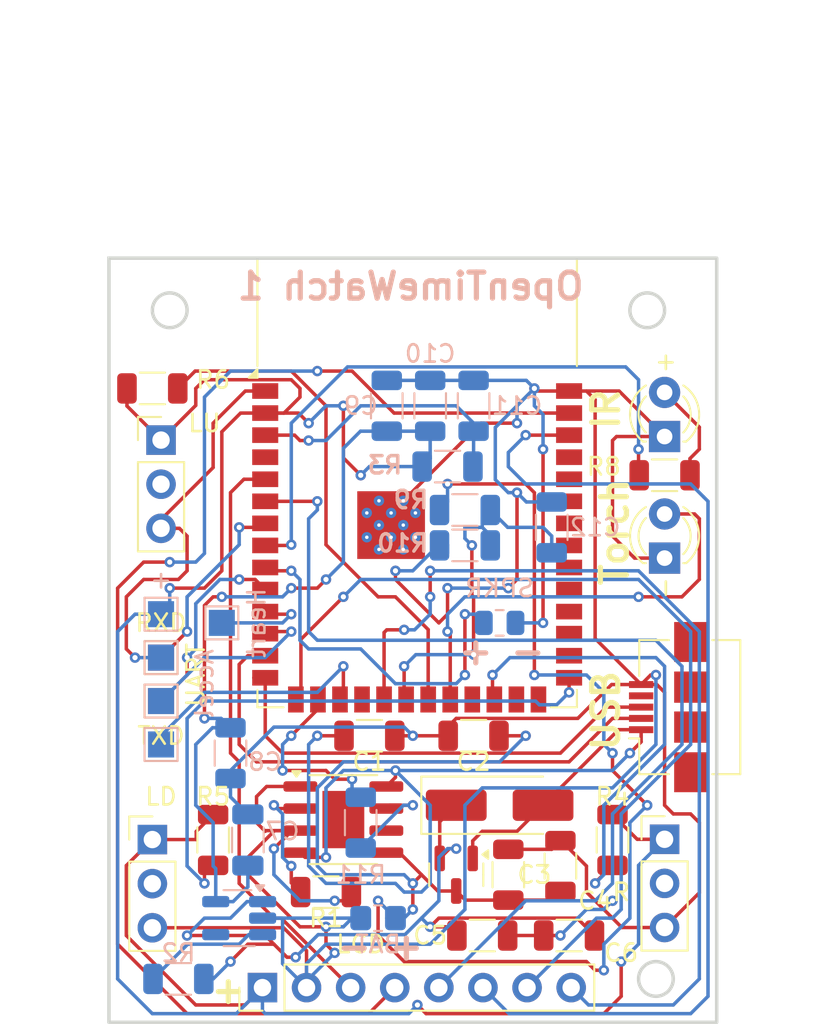
<source format=kicad_pcb>
(kicad_pcb (version 20241229) (generator "pcbnew") (generator_version "9.0")
  (layers (0 "F.Cu" signal) (2 "B.Cu" signal) (13 "F.Paste" user) (15 "B.Paste" user) (5 "F.SilkS" user "F.Silkscreen") (7 "B.SilkS" user "B.Silkscreen") (1 "F.Mask" user) (3 "B.Mask" user) (25 "Edge.Cuts" user))
  (net 0 "")
  (footprint "Connector_PinHeader_2.54mm:PinHeader_1x03_P2.54mm_Vertical" (layer "F.Cu") (at 121 94.475)
    (property "Reference" "REF**" (hide yes))
    (property "Value" "PinHeader_1x03_P2.54mm_Vertical" (hide yes))
  )
  (footprint "Resistor_SMD:R_1206_3216Metric" (layer "F.Cu") (at 147.5 94.5 -90)
    (property "Reference" "REF**" (hide yes))
    (property "Value" "R_1206_3216Metric" (hide yes))
  )
  (footprint "Resistor_SMD:R_1206_3216Metric" (layer "F.Cu") (at 141.5 96.5 -90)
    (property "Reference" "REF**" (hide yes))
    (property "Value" "R_1206_3216Metric" (hide yes))
  )
  (footprint "Resistor_SMD:R_1206_3216Metric" (layer "F.Cu") (at 144.5 96 -90)
    (property "Reference" "REF**" (hide yes))
    (property "Value" "R_1206_3216Metric" (hide yes))
  )
  (footprint "Resistor_SMD:R_1206_3216Metric" (layer "F.Cu") (at 150.5 73.5 180)
    (property "Reference" "REF**" (hide yes))
    (property "Value" "R_1206_3216Metric" (hide yes))
  )
  (footprint "Resistor_SMD:R_1206_3216Metric" (layer "F.Cu") (at 124.5 94.5 -90)
    (property "Reference" "REF**" (hide yes))
    (property "Value" "R_1206_3216Metric" (hide yes))
  )
  (footprint "Resistor_SMD:R_1206_3216Metric" (layer "F.Cu") (at 140 100 180)
    (property "Reference" "REF**" (hide yes))
    (property "Value" "R_1206_3216Metric" (hide yes))
  )
  (footprint "Resistor_SMD:R_1206_3216Metric" (layer "F.Cu") (at 139.5 88.5 180)
    (property "Reference" "REF**" (hide yes))
    (property "Value" "R_1206_3216Metric" (hide yes))
  )
  (footprint "Connector_PinHeader_2.54mm:PinHeader_1x03_P2.54mm_Vertical" (layer "F.Cu") (at 121.5 71.475)
    (property "Reference" "REF**" (hide yes))
    (property "Value" "PinHeader_1x03_P2.54mm_Vertical" (hide yes))
  )
  (footprint "LED_THT:LED_D3.0mm_IRBlack" (layer "F.Cu") (at 150.5 71.27 90)
    (property "Reference" "REF**" (hide yes))
    (property "Value" "LED_D3.0mm_IRBlack" (hide yes))
  )
  (footprint "Resistor_SMD:R_1206_3216Metric" (layer "F.Cu") (at 133.5 88.5 180)
    (property "Reference" "REF**" (hide yes))
    (property "Value" "R_1206_3216Metric" (hide yes))
  )
  (footprint "Connector_PinHeader_2.54mm:PinHeader_1x08_P2.54mm_Vertical" (layer "F.Cu") (at 127.34 103 90)
    (property "Reference" "REF**" (hide yes))
    (property "Value" "PinHeader_1x08_P2.54mm_Vertical" (hide yes))
  )
  (footprint "LED_THT:LED_D3.0mm_IRBlack" (layer "F.Cu") (at 150.5 78.27 90)
    (property "Reference" "REF**" (hide yes))
    (property "Value" "LED_D3.0mm_IRBlack" (hide yes))
  )
  (footprint "Connector_USB:USB_Micro-B_Amphenol_10104110_Horizontal" (layer "F.Cu") (at 150.7 86.85 90)
    (property "Reference" "REF**" (hide yes))
    (property "Value" "USB_Micro-B_Amphenol_10104110_Horizontal" (hide yes))
  )
  (footprint "Resistor_SMD:R_1206_3216Metric" (layer "F.Cu") (at 145 100)
    (property "Reference" "REF**" (hide yes))
    (property "Value" "R_1206_3216Metric" (hide yes))
  )
  (footprint "Resistor_SMD:R_1206_3216Metric" (layer "F.Cu") (at 131 97.5)
    (property "Reference" "REF**" (hide yes))
    (property "Value" "R_1206_3216Metric" (hide yes))
  )
  (footprint "TestPoint:TestPoint_Pad_1.5x1.5mm" (layer "F.Cu") (at 121.5 86.5)
    (property "Reference" "REF**" (hide yes))
    (property "Value" "TestPoint_Pad_1.5x1.5mm" (hide yes))
  )
  (footprint "Package_TO_SOT_SMD:SOT-23" (layer "F.Cu") (at 138.5 96.5 -90)
    (property "Reference" "REF**" (hide yes))
    (property "Value" "SOT-23" (hide yes))
  )
  (footprint "Diode_SMD:D_SMA_Handsoldering" (layer "F.Cu") (at 141 92.5)
    (property "Reference" "REF**" (hide yes))
    (property "Value" "D_SMA_Handsoldering" (hide yes))
  )
  (footprint "Connector_PinHeader_2.54mm:PinHeader_1x03_P2.54mm_Vertical" (layer "F.Cu") (at 150.5 94.46)
    (property "Reference" "REF**" (hide yes))
    (property "Value" "PinHeader_1x03_P2.54mm_Vertical" (hide yes))
  )
  (footprint "Package_SO:SOIC-8-1EP_3.9x4.9mm_P1.27mm_EP2.41x3.3mm" (layer "F.Cu") (at 132 93.325)
    (property "Reference" "REF**" (hide yes))
    (property "Value" "SOIC-8-1EP_3.9x4.9mm_P1.27mm_EP2.41x3.3mm" (hide yes))
  )
  (footprint "Resistor_SMD:R_1206_3216Metric" (layer "F.Cu") (at 121 68.5)
    (property "Reference" "REF**" (hide yes))
    (property "Value" "R_1206_3216Metric" (hide yes))
  )
  (footprint "TestPoint:TestPoint_Pad_1.5x1.5mm" (layer "F.Cu") (at 121.5 84)
    (property "Reference" "REF**" (hide yes))
    (property "Value" "TestPoint_Pad_1.5x1.5mm" (hide yes))
  )
  (footprint "RF_Module:ESP32-S3-WROOM-1" (layer "F.Cu") (at 136.25 73.91)
    (property "Reference" "REF**" (hide yes))
    (property "Value" "ESP32-S3-WROOM-1" (hide yes))
  )
  (footprint "TestPoint:TestPoint_Pad_1.5x1.5mm" (layer "B.Cu") (at 121.5 84 180)
    (property "Reference" "REF**" (hide yes))
    (property "Value" "TestPoint_Pad_1.5x1.5mm" (hide yes))
  )
  (footprint "Package_TO_SOT_SMD:SOT-23-5_HandSoldering" (layer "B.Cu") (at 126 99 180)
    (property "Reference" "REF**" (hide yes))
    (property "Value" "SOT-23-5_HandSoldering" (hide yes))
  )
  (footprint "Resistor_SMD:R_1206_3216Metric" (layer "B.Cu") (at 139 75.5 180)
    (property "Reference" "REF**" (hide yes))
    (property "Value" "R_1206_3216Metric" (hide yes))
  )
  (footprint "Resistor_SMD:R_1206_3216Metric" (layer "B.Cu") (at 144 76.5 -90)
    (property "Reference" "REF**" (hide yes))
    (property "Value" "R_1206_3216Metric" (hide yes))
  )
  (footprint "TestPoint:TestPoint_Pad_1.5x1.5mm" (layer "B.Cu") (at 121.5 81.5 180)
    (property "Reference" "REF**" (hide yes))
    (property "Value" "TestPoint_Pad_1.5x1.5mm" (hide yes))
  )
  (footprint "Resistor_SMD:R_1206_3216Metric" (layer "B.Cu") (at 134.5 69.5 -90)
    (property "Reference" "REF**" (hide yes))
    (property "Value" "R_1206_3216Metric" (hide yes))
  )
  (footprint "Resistor_SMD:R_1206_3216Metric" (layer "B.Cu") (at 137 69.5 -90)
    (property "Reference" "REF**" (hide yes))
    (property "Value" "R_1206_3216Metric" (hide yes))
  )
  (footprint "TestPoint:TestPoint_Pad_1.5x1.5mm" (layer "B.Cu") (at 121.5 86.5 180)
    (property "Reference" "REF**" (hide yes))
    (property "Value" "TestPoint_Pad_1.5x1.5mm" (hide yes))
  )
  (footprint "Resistor_SMD:R_1206_3216Metric" (layer "B.Cu") (at 139 77.5375 180)
    (property "Reference" "REF**" (hide yes))
    (property "Value" "R_1206_3216Metric" (hide yes))
  )
  (footprint "Resistor_SMD:R_0805_2012Metric_Pad1.20x1.40mm_HandSolder" (layer "B.Cu") (at 134 99)
    (property "Reference" "REF**" (hide yes))
    (property "Value" "R_0805_2012Metric_Pad1.20x1.40mm_HandSolder" (hide yes))
  )
  (footprint "Resistor_SMD:R_1206_3216Metric" (layer "B.Cu") (at 138 73)
    (property "Reference" "REF**" (hide yes))
    (property "Value" "R_1206_3216Metric" (hide yes))
  )
  (footprint "Resistor_SMD:R_1206_3216Metric" (layer "B.Cu") (at 125.5 89.5 -90)
    (property "Reference" "REF**" (hide yes))
    (property "Value" "R_1206_3216Metric" (hide yes))
  )
  (footprint "TestPoint:TestPoint_Pad_1.5x1.5mm" (layer "B.Cu") (at 125 82 180)
    (property "Reference" "REF**" (hide yes))
    (property "Value" "TestPoint_Pad_1.5x1.5mm" (hide yes))
  )
  (footprint "Resistor_SMD:R_1206_3216Metric" (layer "B.Cu") (at 122.5 102.5)
    (property "Reference" "REF**" (hide yes))
    (property "Value" "R_1206_3216Metric" (hide yes))
  )
  (footprint "Resistor_SMD:R_1206_3216Metric" (layer "B.Cu") (at 139.5 69.5 -90)
    (property "Reference" "REF**" (hide yes))
    (property "Value" "R_1206_3216Metric" (hide yes))
  )
  (footprint "Resistor_SMD:R_1206_3216Metric" (layer "B.Cu") (at 133 93.5 -90)
    (property "Reference" "REF**" (hide yes))
    (property "Value" "R_1206_3216Metric" (hide yes))
  )
  (footprint "TestPoint:TestPoint_Pad_1.5x1.5mm" (layer "B.Cu") (at 121.5 89 180)
    (property "Reference" "REF**" (hide yes))
    (property "Value" "TestPoint_Pad_1.5x1.5mm" (hide yes))
  )
  (footprint "Resistor_SMD:R_0805_2012Metric" (layer "B.Cu") (at 141 82 180)
    (property "Reference" "REF**" (hide yes))
    (property "Value" "R_0805_2012Metric" (hide yes))
  )
  (footprint "Capacitor_SMD:C_1206_3216Metric" (layer "B.Cu") (at 126.5 94.5 90)
    (property "Reference" "REF**" (hide yes))
    (property "Value" "C_1206_3216Metric" (hide yes))
  )
  (gr_circle (center 122 64) (end 122 63) (stroke (width 0.2)) (fill no) (layer "Edge.Cuts"))
  (gr_rect (start 118.5 61) (end 153.5 105) (stroke (width 0.2)) (fill no) (layer "Edge.Cuts"))
  (gr_circle (center 149.5 64) (end 149.5 63) (stroke (width 0.2)) (fill no) (layer "Edge.Cuts"))
  (gr_circle (center 150 102.5) (end 150 101.5) (stroke (width 0.2)) (fill no) (layer "Edge.Cuts"))
  (gr_text "C5" (at 137 100 0) (layer "F.SilkS") (effects (font (size 1 1))))
  (gr_text "LD" (at 121.5 92 0) (layer "F.SilkS") (effects (font (size 1 1))))
  (gr_text "R1" (at 131 99 0) (layer "F.SilkS") (effects (font (size 1 1))))
  (gr_text "-" (at 150.5 80 90) (layer "F.SilkS") (effects (font (size 1 1))))
  (gr_text "RXD" (at 121.5 82 0) (layer "F.SilkS") (effects (font (size 1 1))))
  (gr_text "R8" (at 147 73 0) (layer "F.SilkS") (effects (font (size 1 1))))
  (gr_text "R\n" (at 148 97.5 0) (layer "F.SilkS") (effects (font (size 1 1))))
  (gr_text "+" (at 126.5 104 0) (layer "F.SilkS") (effects (font (size 1.5 1.5) (thickness 0.3) (bold yes)) (justify left bottom mirror)))
  (gr_text "R6" (at 124.5 68 0) (layer "F.SilkS") (effects (font (size 1 1))))
  (gr_text "R4" (at 147.5 92 0) (layer "F.SilkS") (effects (font (size 1 1))))
  (gr_text "+" (at 150.5 67 90) (layer "F.SilkS") (effects (font (size 1 1))))
  (gr_text "LCD" (at 133 100.5 0) (layer "F.SilkS") (effects (font (size 1 1))))
  (gr_text "C1" (at 133.5 90 0) (layer "F.SilkS") (effects (font (size 1 1))))
  (gr_text "USB" (at 148 89.5 90) (layer "F.SilkS") (effects (font (size 1.5 1.5) (thickness 0.3) (bold yes)) (justify left bottom)))
  (gr_text "C3" (at 143 96.5 0) (layer "F.SilkS") (effects (font (size 1 1))))
  (gr_text "LU" (at 124 70.5 0) (layer "F.SilkS") (effects (font (size 1 1))))
  (gr_text "IR" (at 148 71 90) (layer "F.SilkS") (effects (font (size 1.5 1.5) (thickness 0.3) (bold yes)) (justify left bottom)))
  (gr_text "TXD" (at 121.5 88.5 0) (layer "F.SilkS") (effects (font (size 1 1))))
  (gr_text "UART" (at 123.5 85 90) (layer "F.SilkS") (effects (font (size 1 1))))
  (gr_text "C6" (at 148 101 0) (layer "F.SilkS") (effects (font (size 1 1))))
  (gr_text "C2" (at 139.5 90 0) (layer "F.SilkS") (effects (font (size 1 1))))
  (gr_text "R5" (at 124.5 92 0) (layer "F.SilkS") (effects (font (size 1 1))))
  (gr_text "Torch" (at 148.5 80 90) (layer "F.SilkS") (effects (font (size 1.5 1.5) (thickness 0.3) (bold yes)) (justify left bottom)))
  (gr_text "C4" (at 146.5 98 0) (layer "F.SilkS") (effects (font (size 1 1))))
  (gr_text "C8" (at 127.5 90 0) (layer "B.SilkS") (effects (font (size 1 1)) (justify mirror)))
  (gr_text "+" (at 121.5 79.5 0) (layer "B.SilkS") (effects (font (size 1 1)) (justify mirror)))
  (gr_text "OpenTimeWatch 1" (at 146 63.5 0) (layer "B.SilkS") (effects (font (size 1.5 1.5) (thickness 0.3) (bold yes)) (justify left bottom mirror)))
  (gr_text "C9" (at 133 69.5 0) (layer "B.SilkS") (effects (font (size 1 1)) (justify mirror)))
  (gr_text "R3" (at 135.5 73.5 0) (layer "B.SilkS") (effects (font (size 1 1) (thickness 0.2) (bold yes)) (justify left bottom mirror)))
  (gr_text "C7" (at 128.5 94 0) (layer "B.SilkS") (effects (font (size 1 1)) (justify mirror)))
  (gr_text "R2" (at 122.5 101 0) (layer "B.SilkS") (effects (font (size 1 1)) (justify mirror)))
  (gr_text "- +" (at 131.5 101.5 0) (layer "B.SilkS") (effects (font (size 1.5 1.5) (thickness 0.3) (bold yes)) (justify left bottom)))
  (gr_text "C12" (at 146.5 76.5 0) (layer "B.SilkS") (effects (font (size 1 1)) (justify mirror)))
  (gr_text "R9" (at 137 75.5 0) (layer "B.SilkS") (effects (font (size 1 1) (thickness 0.2) (bold yes)) (justify left bottom mirror)))
  (gr_text "BAT" (at 134 100.5 0) (layer "B.SilkS") (effects (font (size 1 1)) (justify mirror)))
  (gr_text "C11" (at 142 69.5 0) (layer "B.SilkS") (effects (font (size 1 1)) (justify mirror)))
  (gr_text "R11" (at 133 96.5 0) (layer "B.SilkS") (effects (font (size 1 1)) (justify mirror)))
  (gr_text "SPKR" (at 141 80 0) (layer "B.SilkS") (effects (font (size 1 1)) (justify mirror)))
  (gr_text "C10" (at 137 66.5 0) (layer "B.SilkS") (effects (font (size 1 1)) (justify mirror)))
  (gr_text "Heart" (at 127 82 90) (layer "B.SilkS") (effects (font (size 1 1)) (justify mirror)))
  (gr_text "+ -" (at 138.5 84.5 0) (layer "B.SilkS") (effects (font (size 1.5 1.5) (thickness 0.3) (bold yes)) (justify left bottom)))
  (gr_text "Accel" (at 124 85.5 90) (layer "B.SilkS") (effects (font (size 1 1)) (justify mirror)))
  (gr_text "R10" (at 137 78 0) (layer "B.SilkS") (effects (font (size 1 1) (thickness 0.2) (bold yes)) (justify left bottom mirror)))
  (segment (start 129 80) (end 130.5 80) (width 0.2) (layer "F.Cu") (net 0))
  (segment (start 137.5 82) (end 138 81.5) (width 0.2) (layer "F.Cu") (net 0))
  (segment (start 132 72.5) (end 132 69.5) (width 0.2) (layer "F.Cu") (net 0))
  (segment (start 151.9625 72.5375) (end 151.9625 73.5) (width 0.2) (layer "F.Cu") (net 0))
  (segment (start 132 86.215) (end 131.805 86.41) (width 0.2) (layer "F.Cu") (net 0))
  (segment (start 124 96.4625) (end 124.5 95.9625) (width 0.2) (layer "F.Cu") (net 0))
  (segment (start 126 76.5) (end 127.27 76.5) (width 0.2) (layer "F.Cu") (net 0))
  (segment (start 135 80.5) (end 136.885 82.385) (width 0.2) (layer "F.Cu") (net 0))
  (segment (start 136 92.5) (end 134.665 92.5) (width 0.2) (layer "F.Cu") (net 0))
  (segment (start 142 74.5) (end 142 79.5) (width 0.2) (layer "F.Cu") (net 0))
  (segment (start 125.5 89.5) (end 126 90) (width 0.2) (layer "F.Cu") (net 0))
  (segment (start 135.5 82.4) (end 134.5 82.4) (width 0.2) (layer "F.Cu") (net 0))
  (segment (start 147.5 71.5) (end 147.73 71.27) (width 0.2) (layer "F.Cu") (net 0))
  (segment (start 127.5 77.54) (end 128.96 77.54) (width 0.2) (layer "F.Cu") (net 0))
  (segment (start 146.5 102) (end 146 101.5) (width 0.2) (layer "F.Cu") (net 0))
  (segment (start 152.5 70.73) (end 150.5 68.73) (width 0.2) (layer "F.Cu") (net 0))
  (segment (start 139.45 95.5625) (end 139.45 94.55) (width 0.2) (layer "F.Cu") (net 0))
  (segment (start 129.556142 82.943858) (end 129.556142 86.118858) (width 0.2) (layer "F.Cu") (net 0))
  (segment (start 136 88.5) (end 134.9625 88.5) (width 0.2) (layer "F.Cu") (net 0))
  (segment (start 128.5 89.5) (end 141.5 89.5) (width 0.2) (layer "F.Cu") (net 0))
  (segment (start 126 89) (end 127 90) (width 0.2) (layer "F.Cu") (net 0))
  (segment (start 127.65 81.5) (end 127.5 81.35) (width 0.2) (layer "F.Cu") (net 0))
  (segment (start 145 86) (end 145 85.16) (width 0.2) (layer "F.Cu") (net 0))
  (segment (start 135 79.5) (end 137.5 82) (width 0.2) (layer "F.Cu") (net 0))
  (segment (start 139.5 80.5) (end 139.5 83.828523) (width 0.2) (layer "F.Cu") (net 0))
  (segment (start 148 103.5) (end 147 104.5) (width 0.2) (layer "F.Cu") (net 0))
  (segment (start 148.04 99.54) (end 147 98.5) (width 0.2) (layer "F.Cu") (net 0))
  (segment (start 121 94.475) (end 123.525 94.475) (width 0.2) (layer "F.Cu") (net 0))
  (segment (start 129.88 103) (end 129.88 100.88) (width 0.2) (layer "F.Cu") (net 0))
  (segment (start 129 68) (end 124 68) (width 0.2) (layer "F.Cu") (net 0))
  (segment (start 128.58 69.92) (end 129.5 69) (width 0.2) (layer "F.Cu") (net 0))
  (segment (start 128.42 99) (end 132.42 103) (width 0.2) (layer "F.Cu") (net 0))
  (segment (start 142 86.375) (end 141.965 86.41) (width 0.2) (layer "F.Cu") (net 0))
  (segment (start 145.4625 99) (end 146.4625 100) (width 0.2) (layer "F.Cu") (net 0))
  (segment (start 123.525 94.0125) (end 124.5 93.0375) (width 0.2) (layer "F.Cu") (net 0))
  (segment (start 122.5 79.5) (end 120.5 79.5) (width 0.2) (layer "F.Cu") (net 0))
  (segment (start 145 90) (end 147.5 87.5) (width 0.2) (layer "F.Cu") (net 0))
  (segment (start 119.5375 69.5125) (end 121.5 71.475) (width 0.2) (layer "F.Cu") (net 0))
  (segment (start 138.05 88.5) (end 138.05 87.95) (width 0.2) (layer "F.Cu") (net 0))
  (segment (start 150.5 86) (end 150.5 92.5) (width 0.2) (layer "F.Cu") (net 0))
  (segment (start 127.5 94) (end 127.54 93.96) (width 0.2) (layer "F.Cu") (net 0))
  (segment (start 147.45 85.55) (end 149.15 85.55) (width 0.2) (layer "F.Cu") (net 0))
  (segment (start 143 85) (end 143 74.5) (width 0.2) (layer "F.Cu") (net 0))
  (segment (start 147.85 88.15) (end 143.5 92.5) (width 0.2) (layer "F.Cu") (net 0))
  (segment (start 119.5 83.5) (end 120 84) (width 0.2) (layer "F.Cu") (net 0))
  (segment (start 135.5 101.5) (end 134 100) (width 0.2) (layer "F.Cu") (net 0))
  (segment (start 147.5 90.5) (end 147.5 89.5) (width 0.2) (layer "F.Cu") (net 0))
  (segment (start 147.88 68.65) (end 150.5 71.27) (width 0.2) (layer "F.Cu") (net 0))
  (segment (start 131.5 91) (end 131 90.5) (width 0.2) (layer "F.Cu") (net 0))
  (segment (start 133 73.5) (end 132 72.5) (width 0.2) (layer "F.Cu") (net 0))
  (segment (start 129.525 93.96) (end 129.04 93.96) (width 0.2) (layer "F.Cu") (net 0))
  (segment (start 149.7 85) (end 149.15 85.55) (width 0.2) (layer "F.Cu") (net 0))
  (segment (start 126.08 69.92) (end 127.5 69.92) (width 0.2) (layer "F.Cu") (net 0))
  (segment (start 126.5 95.5) (end 126.5 96.5) (width 0.2) (layer "F.Cu") (net 0))
  (segment (start 137.4375 97.4375) (end 138.5 97.4375) (width 0.2) (layer "F.Cu") (net 0))
  (segment (start 133.46 104.5) (end 123 104.5) (width 0.2) (layer "F.Cu") (net 0))
  (segment (start 146 101.5) (end 135.5 101.5) (width 0.2) (layer "F.Cu") (net 0))
  (segment (start 129.5 69) (end 129.5 68.5) (width 0.2) (layer "F.Cu") (net 0))
  (segment (start 126.27 73.73) (end 125.5 74.5) (width 0.2) (layer "F.Cu") (net 0))
  (segment (start 151.5 80.5) (end 149 80.5) (width 0.2) (layer "F.Cu") (net 0))
  (segment (start 126 79.5) (end 126.92 79.5) (width 0.2) (layer "F.Cu") (net 0))
  (segment (start 129 79) (end 127.69 79) (width 0.2) (layer "F.Cu") (net 0))
  (segment (start 131 69.5) (end 131 77.5) (width 0.2) (layer "F.Cu") (net 0))
  (segment (start 149.15 88.85) (end 148.5 89.5) (width 0.2) (layer "F.Cu") (net 0))
  (segment (start 132.5 91) (end 131.5 91) (width 0.2) (layer "F.Cu") (net 0))
  (segment (start 123.4625 67.5) (end 122.4625 68.5) (width 0.2) (layer "F.Cu") (net 0))
  (segment (start 138.5 87.5) (end 145.5 87.5) (width 0.2) (layer "F.Cu") (net 0))
  (segment (start 129.88 100.88) (end 128.555 99.555) (width 0.2) (layer "F.Cu") (net 0))
  (segment (start 152.5 79.5) (end 151.5 80.5) (width 0.2) (layer "F.Cu") (net 0))
  (segment (start 125 71) (end 126.08 69.92) (width 0.2) (layer "F.Cu") (net 0))
  (segment (start 127.62 82.5) (end 127.5 82.62) (width 0.2) (layer "F.Cu") (net 0))
  (segment (start 123 77) (end 123 79) (width 0.2) (layer "F.Cu") (net 0))
  (segment (start 127.69 79) (end 127.5 78.81) (width 0.2) (layer "F.Cu") (net 0))
  (segment (start 146 96) (end 144.5375 94.5375) (width 0.2) (layer "F.Cu") (net 0))
  (segment (start 119 80) (end 120.5 78.5) (width 0.2) (layer "F.Cu") (net 0))
  (segment (start 127.54 93.96) (end 129.525 93.96) (width 0.2) (layer "F.Cu") (net 0))
  (segment (start 144 95.0375) (end 144.5 94.5375) (width 0.2) (layer "F.Cu") (net 0))
  (segment (start 126.92 79.5) (end 127.5 80.08) (width 0.2) (layer "F.Cu") (net 0))
  (segment (start 135 90.5) (end 135 90.895) (width 0.2) (layer "F.Cu") (net 0))
  (segment (start 127.5 85.16) (end 126.84 85.16) (width 0.2) (layer "F.Cu") (net 0))
  (segment (start 121.5 76.055) (end 124.5 73.055) (width 0.2) (layer "F.Cu") (net 0))
  (segment (start 152.5 70.73) (end 152.5 72) (width 0.2) (layer "F.Cu") (net 0))
  (segment (start 147.73 71.27) (end 150.5 71.27) (width 0.2) (layer "F.Cu") (net 0))
  (segment (start 127.27 76.5) (end 127.5 76.27) (width 0.2) (layer "F.Cu") (net 0))
  (segment (start 147.5 87.5) (end 149.15 87.5) (width 0.2) (layer "F.Cu") (net 0))
  (segment (start 134 80.5) (end 135 80.5) (width 0.2) (layer "F.Cu") (net 0))
  (segment (start 126.5 83.89) (end 126 84.39) (width 0.2) (layer "F.Cu") (net 0))
  (segment (start 145.5 87.5) (end 147.45 85.55) (width 0.2) (layer "F.Cu") (net 0))
  (segment (start 147.15 86.85) (end 144.5 89.5) (width 0.2) (layer "F.Cu") (net 0))
  (segment (start 143 68.5) (end 143.15 68.65) (width 0.2) (layer "F.Cu") (net 0))
  (segment (start 121.5 76.555) (end 122.555 76.555) (width 0.2) (layer "F.Cu") (net 0))
  (segment (start 138.5 97.4375) (end 139.025 97.9625) (width 0.2) (layer "F.Cu") (net 0))
  (segment (start 132 80.5) (end 129.556142 82.943858) (width 0.2) (layer "F.Cu") (net 0))
  (segment (start 138.1125 95) (end 137.55 95.5625) (width 0.2) (layer "F.Cu") (net 0))
  (segment (start 123.525 94.475) (end 123.525 94.0125) (width 0.2) (layer "F.Cu") (net 0))
  (segment (start 151 93) (end 152 93) (width 0.2) (layer "F.Cu") (net 0))
  (segment (start 134 100) (end 134 98) (width 0.2) (layer "F.Cu") (net 0))
  (segment (start 149 72) (end 149 73.4625) (width 0.2) (layer "F.Cu") (net 0))
  (segment (start 139 81.5) (end 139 85) (width 0.2) (layer "F.Cu") (net 0))
  (segment (start 150.5 75.73) (end 152.23 75.73) (width 0.2) (layer "F.Cu") (net 0))
  (segment (start 129.5 99.5) (end 131 99.5) (width 0.2) (layer "F.Cu") (net 0))
  (segment (start 139.025 97.9625) (end 141.5 97.9625) (width 0.2) (layer "F.Cu") (net 0))
  (segment (start 125 79) (end 125 71) (width 0.2) (layer "F.Cu") (net 0))
  (segment (start 141.4625 100) (end 143.5375 100) (width 0.2) (layer "F.Cu") (net 0))
  (segment (start 134.475 95.23) (end 135.23 95.23) (width 0.2) (layer "F.Cu") (net 0))
  (segment (start 150.05 85.55) (end 150.5 86) (width 0.2) (layer "F.Cu") (net 0))
  (segment (start 147.5 98) (end 147 98.5) (width 0.2) (layer "F.Cu") (net 0))
  (segment (start 127.58 91.42) (end 127 92) (width 0.2) (layer "F.Cu") (net 0))
  (segment (start 125.5 74.5) (end 125.5 89.5) (width 0.2) (layer "F.Cu") (net 0))
  (segment (start 138.155 82.655) (end 138.155 86.41) (width 0.2) (layer "F.Cu") (net 0))
  (segment (start 143.15 68.65) (end 145 68.65) (width 0.2) (layer "F.Cu") (net 0))
  (segment (start 126.5 100.5) (end 125.5 101.5) (width 0.2) (layer "F.Cu") (net 0))
  (segment (start 137 99.5) (end 138.0375 99.5) (width 0.2) (layer "F.Cu") (net 0))
  (segment (start 132 84.5) (end 132 86.215) (width 0.2) (layer "F.Cu") (net 0))
  (segment (start 128.96 77.54) (end 129 77.5) (width 0.2) (layer "F.Cu") (net 0))
  (segment (start 146.5 97) (end 146.5 96.9625) (width 0.2) (layer "F.Cu") (net 0))
  (segment (start 128.19 92.69) (end 128 92.5) (width 0.2) (layer "F.Cu") (net 0))
  (segment (start 138.0375 99.5) (end 138.5375 100) (width 0.2) (layer "F.Cu") (net 0))
  (segment (start 138.05 88.5) (end 136 88.5) (width 0.2) (layer "F.Cu") (net 0))
  (segment (start 129.04 93.96) (end 128 95) (width 0.2) (layer "F.Cu") (net 0))
  (segment (start 147 104.5) (end 136.764321 104.5) (width 0.2) (layer "F.Cu") (net 0))
  (segment (start 136.764321 104.5) (end 136.264321 104) (width 0.2) (layer "F.Cu") (net 0))
  (segment (start 135.5 84.5) (end 135.5 86.295) (width 0.2) (layer "F.Cu") (net 0))
  (segment (start 139.45 94.55) (end 140 94) (width 0.2) (layer "F.Cu") (net 0))
  (segment (start 119.5 80.5) (end 119.5 83.5) (width 0.2) (layer "F.Cu") (net 0))
  (segment (start 144.5375 94.5375) (end 144.5 94.5375) (width 0.2) (layer "F.Cu") (net 0))
  (segment (start 146.5 82.9) (end 146.5 69.15) (width 0.2) (layer "F.Cu") (net 0))
  (segment (start 136 97) (end 136.5 96.5) (width 0.2) (layer "F.Cu") (net 0))
  (segment (start 127 92) (end 127 93.5) (width 0.2) (layer "F.Cu") (net 0))
  (segment (start 147.5 77) (end 147.5 71.5) (width 0.2) (layer "F.Cu") (net 0))
  (segment (start 128.555 99.555) (end 121 99.555) (width 0.2) (layer "F.Cu") (net 0))
  (segment (start 120.5 78.5) (end 122 78.5) (width 0.2) (layer "F.Cu") (net 0))
  (segment (start 140 94) (end 142 94) (width 0.2) (layer "F.Cu") (net 0))
  (segment (start 134.5 82.4) (end 134.345 82.555) (width 0.2) (layer "F.Cu") (net 0))
  (segment (start 127.5 100) (end 128 100.5) (width 0.2) (layer "F.Cu") (net 0))
  (segment (start 136 97) (end 136 98.5) (width 0.2) (layer "F.Cu") (net 0))
  (segment (start 134.345 82.555) (end 134.345 86.41) (width 0.2) (layer "F.Cu") (net 0))
  (segment (start 138.5 95) (end 138.1125 95) (width 0.2) (layer "F.Cu") (net 0))
  (segment (start 137.55 93.45) (end 137.55 95.5625) (width 0.2) (layer "F.Cu") (net 0))
  (segment (start 150.5 94.46) (end 148.9225 94.46) (width 0.2) (layer "F.Cu") (net 0))
  (segment (start 134.665 92.5) (end 134.475 92.69) (width 0.2) (layer "F.Cu") (net 0))
  (segment (start 126.34 104) (end 123.5 104) (width 0.2) (layer "F.Cu") (net 0))
  (segment (start 123 104.5) (end 119 100.5) (width 0.2) (layer "F.Cu") (net 0))
  (segment (start 124 97) (end 124 96.4625) (width 0.2) (layer "F.Cu") (net 0))
  (segment (start 149.5 92.5) (end 147.5 90.5) (width 0.2) (layer "F.Cu") (net 0))
  (segment (start 131 100.5) (end 131.5 101) (width 0.2) (layer "F.Cu") (net 0))
  (segment (start 126 90) (end 126 97) (width 0.2) (layer "F.Cu") (net 0))
  (segment (start 134.96 103) (end 133.46 104.5) (width 0.2) (layer "F.Cu") (net 0))
  (segment (start 123.5 68.5) (end 123.5 69.475) (width 0.2) (layer "F.Cu") (net 0))
  (segment (start 152.23 75.73) (end 152.5 76) (width 0.2) (layer "F.Cu") (net 0))
  (segment (start 127.5 83.89) (end 126.5 83.89) (width 0.2) (layer "F.Cu") (net 0))
  (segment (start 135.45 74.97) (end 139.92 70.5) (width 0.2) (layer "F.Cu") (net 0))
  (segment (start 130.535 86.965) (end 130.535 86.41) (width 0.2) (layer "F.Cu") (net 0))
  (segment (start 129 67.5) (end 123.4625 67.5) (width 0.2) (layer "F.Cu") (net 0))
  (segment (start 131 95.5) (end 129.795 95.5) (width 0.2) (layer "F.Cu") (net 0))
  (segment (start 127.5 88.5) (end 128.5 89.5) (width 0.2) (layer "F.Cu") (net 0))
  (segment (start 129.5 71.5) (end 129.19 71.19) (width 0.2) (layer "F.Cu") (net 0))
  (segment (start 123 85) (end 121.5 86.5) (width 0.2) (layer "F.Cu") (net 0))
  (segment (start 129 96) (end 129 96.9625) (width 0.2) (layer "F.Cu") (net 0))
  (segment (start 139.4 80.4) (end 139.5 80.5) (width 0.2) (layer "F.Cu") (net 0))
  (segment (start 122 80) (end 124 80) (width 0.2) (layer "F.Cu") (net 0))
  (segment (start 128 99) (end 128.42 99) (width 0.2) (layer "F.Cu") (net 0))
  (segment (start 128 100.5) (end 126.5 100.5) (width 0.2) (layer "F.Cu") (net 0))
  (segment (start 129 82.5) (end 127.62 82.5) (width 0.2) (layer "F.Cu") (net 0))
  (segment (start 129 81.5) (end 127.65 81.5) (width 0.2) (layer "F.Cu") (net 0))
  (segment (start 131.5 98) (end 131.9625 98) (width 0.2) (layer "F.Cu") (net 0))
  (segment (start 138 82.5) (end 138.155 82.655) (width 0.2) (layer "F.Cu") (net 0))
  (segment (start 130.5 67.5) (end 132.5 67.5) (width 0.2) (layer "F.Cu") (net 0))
  (segment (start 126 97) (end 128 99) (width 0.2) (layer "F.Cu") (net 0))
  (segment (start 131 77.5) (end 134 80.5) (width 0.2) (layer "F.Cu") (net 0))
  (segment (start 136.885 82.385) (end 136.885 86.41) (width 0.2) (layer "F.Cu") (net 0))
  (segment (start 128.75 101.25) (end 128 100.5) (width 0.2) (layer "F.Cu") (net 0))
  (segment (start 127 93.5) (end 127.5 94) (width 0.2) (layer "F.Cu") (net 0))
  (segment (start 149.15 86.85) (end 147.15 86.85) (width 0.2) (layer "F.Cu") (net 0))
  (segment (start 119 100.5) (end 119 80) (width 0.2) (layer "F.Cu") (net 0))
  (segment (start 149.15 88.15) (end 147.85 88.15) (width 0.2) (layer "F.Cu") (net 0))
  (segment (start 130 71.5) (end 129.5 71.5) (width 0.2) (layer "F.Cu") (net 0))
  (segment (start 129.525 91.42) (end 127.58 91.42) (width 0.2) (layer "F.Cu") (net 0))
  (segment (start 134.92 69.92) (end 145 69.92) (width 0.2) (layer "F.Cu") (net 0))
  (segment (start 124.5 70.500001) (end 126.350001 68.65) (width 0.2) (layer "F.Cu") (net 0))
  (segment (start 130 70.5) (end 129.42 69.92) (width 0.2) (layer "F.Cu") (net 0))
  (segment (start 149 73.4625) (end 149.0375 73.5) (width 0.2) (layer "F.Cu") (net 0))
  (segment (start 129 88.5) (end 130.535 86.965) (width 0.2) (layer "F.Cu") (net 0))
  (segment (start 126.5 96.5) (end 129.5 99.5) (width 0.2) (layer "F.Cu") (net 0))
  (segment (start 135 79) (end 135 79.5) (width 0.2) (layer "F.Cu") (net 0))
  (segment (start 127 90) (end 145 90) (width 0.2) (layer "F.Cu") (net 0))
  (segment (start 124 68) (end 123.5 68.5) (width 0.2) (layer "F.Cu") (net 0))
  (segment (start 141.5 95.0375) (end 144 95.0375) (width 0.2) (layer "F.Cu") (net 0))
  (segment (start 139.4 77.5375) (end 139.4 80.4) (width 0.2) (layer "F.Cu") (net 0))
  (segment (start 120.5 79.5) (end 119.5 80.5) (width 0.2) (layer "F.Cu") (net 0))
  (segment (start 123 84) (end 123 85) (width 0.2) (layer "F.Cu") (net 0))
  (segment (start 129.19 71.19) (end 127.5 71.19) (width 0.2) (layer "F.Cu") (net 0))
  (segment (start 138 81.5) (end 138 80) (width 0.2) (layer "F.Cu") (net 0))
  (segment (start 135.5 86.295) (end 135.615 86.41) (width 0.2) (layer "F.Cu") (net 0))
  (segment (start 119.5 95.975) (end 121 94.475) (width 0.2) (layer "F.Cu") (net 0))
  (segment (start 131.9625 98) (end 132.4625 97.5) (width 0.2) (layer "F.Cu") (net 0))
  (segment (start 131 99.5) (end 131 100.5) (width 0.2) (layer "F.Cu") (net 0))
  (segment (start 135.23 95.23) (end 136.5 96.5) (width 0.2) (layer "F.Cu") (net 0))
  (segment (start 124.5 73.055) (end 124.5 70.500001) (width 0.2) (layer "F.Cu") (net 0))
  (segment (start 129.525 93.96) (end 128.04 93.96) (width 0.2) (layer "F.Cu") (net 0))
  (segment (start 128.04 93.96) (end 126.5 95.5) (width 0.2) (layer "F.Cu") (net 0))
  (segment (start 142 79.5) (end 141.5 80) (width 0.2) (layer "F.Cu") (net 0))
  (segment (start 129.556142 86.118858) (end 129.265 86.41) (width 0.2) (layer "F.Cu") (net 0))
  (segment (start 141.5 89.5) (end 144.5 89.5) (width 0.2) (layer "F.Cu") (net 0))
  (segment (start 124.5 80.5) (end 124 81) (width 0.2) (layer "F.Cu") (net 0))
  (segment (start 137 80.5) (end 137 79) (width 0.2) (layer "F.Cu") (net 0))
  (segment (start 127.5 69.92) (end 128.58 69.92) (width 0.2) (layer "F.Cu") (net 0))
  (segment (start 152.5 93.5) (end 152.5 97.54) (width 0.2) (layer "F.Cu") (net 0))
  (segment (start 124 80) (end 125 79) (width 0.2) (layer "F.Cu") (net 0))
  (segment (start 123 100) (end 127.5 100) (width 0.2) (layer "F.Cu") (net 0))
  (segment (start 127.5 88.5) (end 127.5 85.16) (width 0.2) (layer "F.Cu") (net 0))
  (segment (start 123.5 104) (end 119.5 100) (width 0.2) (layer "F.Cu") (net 0))
  (segment (start 130.5 80) (end 131 79.5) (width 0.2) (layer "F.Cu") (net 0))
  (segment (start 143.5 72) (end 143.5 82) (width 0.2) (layer "F.Cu") (net 0))
  (segment (start 140.588554 85) (end 140.588554 86.303554) (width 0.2) (layer "F.Cu") (net 0))
  (segment (start 127.34 103) (end 126.34 104) (width 0.2) (layer "F.Cu") (net 0))
  (segment (start 147 98.5) (end 146 97.5) (width 0.2) (layer "F.Cu") (net 0))
  (segment (start 127.5 75) (end 130.5 75) (width 0.2) (layer "F.Cu") (net 0))
  (segment (start 134.515 94) (end 134.475 93.96) (width 0.2) (layer "F.Cu") (net 0))
  (segment (start 139.92 70.5) (end 142 70.5) (width 0.2) (layer "F.Cu") (net 0))
  (segment (start 129.5 68.5) (end 129 68) (width 0.2) (layer "F.Cu") (net 0))
  (segment (start 145 68.65) (end 146 68.65) (width 0.2) (layer "F.Cu") (net 0))
  (segment (start 140.588554 86.303554) (end 140.695 86.41) (width 0.2) (layer "F.Cu") (net 0))
  (segment (start 127.5 73.73) (end 126.27 73.73) (width 0.2) (layer "F.Cu") (net 0))
  (segment (start 137.5 99) (end 145.4625 99) (width 0.2) (layer "F.Cu") (net 0))
  (segment (start 129 96.9625) (end 129.5375 97.5) (width 0.2) (layer "F.Cu") (net 0))
  (segment (start 141.5 97.9625) (end 144 97.9625) (width 0.2) (layer "F.Cu") (net 0))
  (segment (start 129.25 101.25) (end 128.75 101.25) (width 0.2) (layer "F.Cu") (net 0))
  (segment (start 131 90.5) (end 128.5 90.5) (width 0.2) (layer "F.Cu") (net 0))
  (segment (start 123.5 69.475) (end 121.5 71.475) (width 0.2) (layer "F.Cu") (net 0))
  (segment (start 149.15 85.55) (end 146.5 82.9) (width 0.2) (layer "F.Cu") (net 0))
  (segment (start 152 93) (end 152.5 93.5) (width 0.2) (layer "F.Cu") (net 0))
  (segment (start 135 90.895) (end 134.475 91.42) (width 0.2) (layer "F.Cu") (net 0))
  (segment (start 119.5 100) (end 119.5 95.975) (width 0.2) (layer "F.Cu") (net 0))
  (segment (start 149.15 85.55) (end 150.05 85.55) (width 0.2) (layer "F.Cu") (net 0))
  (segment (start 146 97.5) (end 146 96) (width 0.2) (layer "F.Cu") (net 0))
  (segment (start 132.5 67.5) (end 134.92 69.92) (width 0.2) (layer "F.Cu") (net 0))
  (segment (start 142 94) (end 143.5 92.5) (width 0.2) (layer "F.Cu") (net 0))
  (segment (start 152.5 97.54) (end 150.5 99.54) (width 0.2) (layer "F.Cu") (net 0))
  (segment (start 123 79) (end 122.5 79.5) (width 0.2) (layer "F.Cu") (net 0))
  (segment (start 142.5 71.19) (end 145 71.19) (width 0.2) (layer "F.Cu") (net 0))
  (segment (start 147 102) (end 146.5 102) (width 0.2) (layer "F.Cu") (net 0))
  (segment (start 148 101.5) (end 148 103.5) (width 0.2) (layer "F.Cu") (net 0))
  (segment (start 143.5375 100) (end 144.5 100) (width 0.2) (layer "F.Cu") (net 0))
  (segment (start 130.5 88.5) (end 132.0375 88.5) (width 0.2) (layer "F.Cu") (net 0))
  (segment (start 152.5 76) (end 152.5 79.5) (width 0.2) (layer "F.Cu") (net 0))
  (segment (start 129 67.5) (end 131 69.5) (width 0.2) (layer "F.Cu") (net 0))
  (segment (start 152.5 72) (end 151.9625 72.5375) (width 0.2) (layer "F.Cu") (net 0))
  (segment (start 129.42 69.92) (end 127.5 69.92) (width 0.2) (layer "F.Cu") (net 0))
  (segment (start 150 85) (end 149.7 85) (width 0.2) (layer "F.Cu") (net 0))
  (segment (start 148.9225 94.46) (end 147.5 93.0375) (width 0.2) (layer "F.Cu") (net 0))
  (segment (start 123 82.5) (end 121.5 84) (width 0.2) (layer "F.Cu") (net 0))
  (segment (start 149.15 88.15) (end 149.15 88.85) (width 0.2) (layer "F.Cu") (net 0))
  (segment (start 146.5 96.9625) (end 147.5 95.9625) (width 0.2) (layer "F.Cu") (net 0))
  (segment (start 146.5 69.15) (end 146 68.65) (width 0.2) (layer "F.Cu") (net 0))
  (segment (start 129.525 92.69) (end 128.19 92.69) (width 0.2) (layer "F.Cu") (net 0))
  (segment (start 150.5 92.5) (end 151 93) (width 0.2) (layer "F.Cu") (net 0))
  (segment (start 126 84.39) (end 126 89) (width 0.2) (layer "F.Cu") (net 0))
  (segment (start 138.5 92.5) (end 137.55 93.45) (width 0.2) (layer "F.Cu") (net 0))
  (segment (start 124 81) (end 124 87.5) (width 0.2) (layer "F.Cu") (net 0))
  (segment (start 125 80.5) (end 124.5 80.5) (width 0.2) (layer "F.Cu") (net 0))
  (segment (start 148.77 78.27) (end 147.5 77) (width 0.2) (layer "F.Cu") (net 0))
  (segment (start 119.5375 68.5) (end 119.5375 69.5125) (width 0.2) (layer "F.Cu") (net 0))
  (segment (start 150.5 99.54) (end 148.04 99.54) (width 0.2) (layer "F.Cu") (net 0))
  (segment (start 136.5 96.5) (end 137.4375 97.4375) (width 0.2) (layer "F.Cu") (net 0))
  (segment (start 150.5 78.27) (end 148.77 78.27) (width 0.2) (layer "F.Cu") (net 0))
  (segment (start 129.795 95.5) (end 129.525 95.23) (width 0.2) (layer "F.Cu") (net 0))
  (segment (start 126.350001 68.65) (end 127.5 68.65) (width 0.2) (layer "F.Cu") (net 0))
  (segment (start 144 97.9625) (end 144.5 97.4625) (width 0.2) (layer "F.Cu") (net 0))
  (segment (start 142.5 88.5) (end 140.9625 88.5) (width 0.2) (layer "F.Cu") (net 0))
  (segment (start 146 68.65) (end 147.88 68.65) (width 0.2) (layer "F.Cu") (net 0))
  (segment (start 142.5 74) (end 138 74) (width 0.2) (layer "F.Cu") (net 0))
  (segment (start 143 74.5) (end 142.5 74) (width 0.2) (layer "F.Cu") (net 0))
  (segment (start 138.05 87.95) (end 138.5 87.5) (width 0.2) (layer "F.Cu") (net 0))
  (segment (start 122.555 76.555) (end 123 77) (width 0.2) (layer "F.Cu") (net 0))
  (segment (start 137 99.5) (end 137.5 99) (width 0.2) (layer "F.Cu") (net 0))
  (via (at 122 80) (size 0.6) (drill 0.3) (layers "F.Cu" "B.Cu") (net 0))
  (via (at 129 81.5) (size 0.6) (drill 0.3) (layers "F.Cu" "B.Cu") (net 0))
  (via (at 128 95) (size 0.6) (drill 0.3) (layers "F.Cu" "B.Cu") (net 0))
  (via (at 131 95.5) (size 0.6) (drill 0.3) (layers "F.Cu" "B.Cu") (net 0))
  (via (at 123 100) (size 0.6) (drill 0.3) (layers "F.Cu" "B.Cu") (net 0))
  (via (at 150 85) (size 0.6) (drill 0.3) (layers "F.Cu" "B.Cu") (net 0))
  (via (at 139.5 83.828523) (size 0.6) (drill 0.3) (layers "F.Cu" "B.Cu") (net 0))
  (via (at 138 82.5) (size 0.6) (drill 0.3) (layers "F.Cu" "B.Cu") (net 0))
  (via (at 137 79) (size 0.6) (drill 0.3) (layers "F.Cu" "B.Cu") (net 0))
  (via (at 123 84) (size 0.6) (drill 0.3) (layers "F.Cu" "B.Cu") (net 0))
  (via (at 131.5 98) (size 0.6) (drill 0.3) (layers "F.Cu" "B.Cu") (net 0))
  (via (at 139 81.5) (size 0.6) (drill 0.3) (layers "F.Cu" "B.Cu") (net 0))
  (via (at 135.5 82.4) (size 0.6) (drill 0.3) (layers "F.Cu" "B.Cu") (net 0))
  (via (at 143.5 72) (size 0.6) (drill 0.3) (layers "F.Cu" "B.Cu") (net 0))
  (via (at 132.5 91) (size 0.6) (drill 0.3) (layers "F.Cu" "B.Cu") (net 0))
  (via (at 140.588554 85) (size 0.6) (drill 0.3) (layers "F.Cu" "B.Cu") (net 0))
  (via (at 136 92.5) (size 0.6) (drill 0.3) (layers "F.Cu" "B.Cu") (net 0))
  (via (at 142.5 71.19) (size 0.6) (drill 0.3) (layers "F.Cu" "B.Cu") (net 0))
  (via (at 124 97) (size 0.6) (drill 0.3) (layers "F.Cu" "B.Cu") (net 0))
  (via (at 128.5 90.5) (size 0.6) (drill 0.3) (layers "F.Cu" "B.Cu") (net 0))
  (via (at 135.5 84.5) (size 0.6) (drill 0.3) (layers "F.Cu" "B.Cu") (net 0))
  (via (at 143 85) (size 0.6) (drill 0.3) (layers "F.Cu" "B.Cu") (net 0))
  (via (at 148 101.5) (size 0.6) (drill 0.3) (layers "F.Cu" "B.Cu") (net 0))
  (via (at 136 88.5) (size 0.6) (drill 0.3) (layers "F.Cu" "B.Cu") (net 0))
  (via (at 132 69.5) (size 0.6) (drill 0.3) (layers "F.Cu" "B.Cu") (net 0))
  (via (at 129 88.5) (size 0.6) (drill 0.3) (layers "F.Cu" "B.Cu") (net 0))
  (via (at 125 80.5) (size 0.6) (drill 0.3) (layers "F.Cu" "B.Cu") (net 0))
  (via (at 130.5 75) (size 0.6) (drill 0.3) (layers "F.Cu" "B.Cu") (net 0))
  (via (at 134 98) (size 0.6) (drill 0.3) (layers "F.Cu" "B.Cu") (net 0))
  (via (at 141.5 80) (size 0.6) (drill 0.3) (layers "F.Cu" "B.Cu") (net 0))
  (via (at 147 102) (size 0.6) (drill 0.3) (layers "F.Cu" "B.Cu") (net 0))
  (via (at 124 87.5) (size 0.6) (drill 0.3) (layers "F.Cu" "B.Cu") (net 0))
  (via (at 123 82.5) (size 0.6) (drill 0.3) (layers "F.Cu" "B.Cu") (net 0))
  (via (at 136.264321 104) (size 0.6) (drill 0.3) (layers "F.Cu" "B.Cu") (net 0))
  (via (at 149.5 92.5) (size 0.6) (drill 0.3) (layers "F.Cu" "B.Cu") (net 0))
  (via (at 130 70.5) (size 0.6) (drill 0.3) (layers "F.Cu" "B.Cu") (net 0))
  (via (at 138 74) (size 0.6) (drill 0.3) (layers "F.Cu" "B.Cu") (net 0))
  (via (at 144.5 100) (size 0.6) (drill 0.3) (layers "F.Cu" "B.Cu") (net 0))
  (via (at 148.5 89.5) (size 0.6) (drill 0.3) (layers "F.Cu" "B.Cu") (net 0))
  (via (at 132 80.5) (size 0.6) (drill 0.3) (layers "F.Cu" "B.Cu") (net 0))
  (via (at 135 90.5) (size 0.6) (drill 0.3) (layers "F.Cu" "B.Cu") (net 0))
  (via (at 120 84) (size 0.6) (drill 0.3) (layers "F.Cu" "B.Cu") (net 0))
  (via (at 131.5 101) (size 0.6) (drill 0.3) (layers "F.Cu" "B.Cu") (net 0))
  (via (at 137 99.5) (size 0.6) (drill 0.3) (layers "F.Cu" "B.Cu") (net 0))
  (via (at 125.5 101.5) (size 0.6) (drill 0.3) (layers "F.Cu" "B.Cu") (net 0))
  (via (at 129 77.5) (size 0.6) (drill 0.3) (layers "F.Cu" "B.Cu") (net 0))
  (via (at 146.5 97) (size 0.6) (drill 0.3) (layers "F.Cu" "B.Cu") (net 0))
  (via (at 126 79.5) (size 0.6) (drill 0.3) (layers "F.Cu" "B.Cu") (net 0))
  (via (at 129.25 101.25) (size 0.6) (drill 0.3) (layers "F.Cu" "B.Cu") (net 0))
  (via (at 136 98.5) (size 0.6) (drill 0.3) (layers "F.Cu" "B.Cu") (net 0))
  (via (at 149 72) (size 0.6) (drill 0.3) (layers "F.Cu" "B.Cu") (net 0))
  (via (at 139 85) (size 0.6) (drill 0.3) (layers "F.Cu" "B.Cu") (net 0))
  (via (at 132 84.5) (size 0.6) (drill 0.3) (layers "F.Cu" "B.Cu") (net 0))
  (via (at 122 78.5) (size 0.6) (drill 0.3) (layers "F.Cu" "B.Cu") (net 0))
  (via (at 131 79.5) (size 0.6) (drill 0.3) (layers "F.Cu" "B.Cu") (net 0))
  (via (at 143.5 82) (size 0.6) (drill 0.3) (layers "F.Cu" "B.Cu") (net 0))
  (via (at 130.5 67.5) (size 0.6) (drill 0.3) (layers "F.Cu" "B.Cu") (net 0))
  (via (at 126 76.5) (size 0.6) (drill 0.3) (layers "F.Cu" "B.Cu") (net 0))
  (via (at 128 92.5) (size 0.6) (drill 0.3) (layers "F.Cu" "B.Cu") (net 0))
  (via (at 131 99.5) (size 0.6) (drill 0.3) (layers "F.Cu" "B.Cu") (net 0))
  (via (at 135 79) (size 0.6) (drill 0.3) (layers "F.Cu" "B.Cu") (net 0))
  (via (at 137 80.5) (size 0.6) (drill 0.3) (layers "F.Cu" "B.Cu") (net 0))
  (via (at 138.5 95) (size 0.6) (drill 0.3) (layers "F.Cu" "B.Cu") (net 0))
  (via (at 130 71.5) (size 0.6) (drill 0.3) (layers "F.Cu" "B.Cu") (net 0))
  (via (at 142 74.5) (size 0.6) (drill 0.3) (layers "F.Cu" "B.Cu") (net 0))
  (via (at 149 80.5) (size 0.6) (drill 0.3) (layers "F.Cu" "B.Cu") (net 0))
  (via (at 129 79) (size 0.6) (drill 0.3) (layers "F.Cu" "B.Cu") (net 0))
  (via (at 142 70.5) (size 0.6) (drill 0.3) (layers "F.Cu" "B.Cu") (net 0))
  (via (at 129 80) (size 0.6) (drill 0.3) (layers "F.Cu" "B.Cu") (net 0))
  (via (at 138 80) (size 0.6) (drill 0.3) (layers "F.Cu" "B.Cu") (net 0))
  (via (at 139.4 77.5375) (size 0.6) (drill 0.3) (layers "F.Cu" "B.Cu") (net 0))
  (via (at 136 97) (size 0.6) (drill 0.3) (layers "F.Cu" "B.Cu") (net 0))
  (via (at 147.5 89.5) (size 0.6) (drill 0.3) (layers "F.Cu" "B.Cu") (net 0))
  (via (at 130.5 88.5) (size 0.6) (drill 0.3) (layers "F.Cu" "B.Cu") (net 0))
  (via (at 142.5 88.5) (size 0.6) (drill 0.3) (layers "F.Cu" "B.Cu") (net 0))
  (via (at 133 73.5) (size 0.6) (drill 0.3) (layers "F.Cu" "B.Cu") (net 0))
  (via (at 143 68.5) (size 0.6) (drill 0.3) (layers "F.Cu" "B.Cu") (net 0))
  (via (at 145 86) (size 0.6) (drill 0.3) (layers "F.Cu" "B.Cu") (net 0))
  (via (at 129 96) (size 0.6) (drill 0.3) (layers "F.Cu" "B.Cu") (net 0))
  (via (at 147.5 98) (size 0.6) (drill 0.3) (layers "F.Cu" "B.Cu") (net 0))
  (via (at 129 82.5) (size 0.6) (drill 0.3) (layers "F.Cu" "B.Cu") (net 0))
  (segment (start 138 81.5) (end 138 82.5) (width 0.2) (layer "B.Cu") (net 0))
  (segment (start 127.35 99.95) (end 126.55 99.95) (width 0.2) (layer "B.Cu") (net 0))
  (segment (start 141.4625 76.5) (end 140.4625 75.5) (width 0.2) (layer "B.Cu") (net 0))
  (segment (start 138.5 69.5) (end 139.5 70.5) (width 0.2) (layer "B.Cu") (net 0))
  (segment (start 125.5 99) (end 126.45 98.05) (width 0.2) (layer "B.Cu") (net 0))
  (segment (start 123.5 92.5) (end 123.5 89) (width 0.2) (layer "B.Cu") (net 0))
  (segment (start 135.764321 104.5) (end 136.264321 104) (width 0.2) (layer "B.Cu") (net 0))
  (segment (start 141.588554 84) (end 140.588554 85) (width 0.2) (layer "B.Cu") (net 0))
  (segment (start 129.88 102.62) (end 131.5 101) (width 0.2) (layer "B.Cu") (net 0))
  (segment (start 142.5 88.5) (end 141 90) (width 0.2) (layer "B.Cu") (net 0))
  (segment (start 148.5 93.5) (end 149.5 92.5) (width 0.2) (layer "B.Cu") (net 0))
  (segment (start 132 69.5) (end 131 69.5) (width 0.2) (layer "B.Cu") (net 0))
  (segment (start 147.5 90.5) (end 135 90.5) (width 0.2) (layer "B.Cu") (net 0))
  (segment (start 152.5 82.5) (end 152.5 102.5) (width 0.2) (layer "B.Cu") (net 0))
  (segment (start 128 88) (end 125.5 90.5) (width 0.2) (layer "B.Cu") (net 0))
  (segment (start 132 78.5) (end 132 71.95) (width 0.2) (layer "B.Cu") (net 0))
  (segment (start 150 84) (end 141.588554 84) (width 0.2) (layer "B.Cu") (net 0))
  (segment (start 123 82.5) (end 123 80.5) (width 0.2) (layer "B.Cu") (net 0))
  (segment (start 128.5 82) (end 129 81.5) (width 0.2) (layer "B.Cu") (net 0))
  (segment (start 129.5 79.5) (end 129.5 83) (width 0.2) (layer "B.Cu") (net 0))
  (segment (start 127.35 99) (end 132.5 99) (width 0.2) (layer "B.Cu") (net 0))
  (segment (start 129.25 101.25) (end 130.55 99.95) (width 0.2) (layer "B.Cu") (net 0))
  (segment (start 144.285054 86.714946) (end 143.285054 86.714946) (width 0.2) (layer "B.Cu") (net 0))
  (segment (start 148.261 67.261) (end 132.239 67.261) (width 0.2) (layer "B.Cu") (net 0))
  (segment (start 151.5 89) (end 151.5 84.5) (width 0.2) (layer "B.Cu") (net 0))
  (segment (start 142.5 98) (end 146.5 98) (width 0.2) (layer "B.Cu") (net 0))
  (segment (start 130 96) (end 131 97) (width 0.2) (layer "B.Cu") (net 0))
  (segment (start 137 81.5) (end 136.1 82.4) (width 0.2) (layer "B.Cu") (net 0))
  (segment (start 123.5 83.5) (end 123.5 80.892216) (width 0.2) (layer "B.Cu") (net 0))
  (segment (start 128.5 93) (end 128 92.5) (width 0.2) (layer "B.Cu") (net 0))
  (segment (start 140.75 70.75) (end 140.75 73.75) (width 0.2) (layer "B.Cu") (net 0))
  (segment (start 147 92.5) (end 150.5 89) (width 0.2) (layer "B.Cu") (net 0))
  (segment (start 127.35 99) (end 128.5 99) (width 0.2) (layer "B.Cu") (net 0))
  (segment (start 126 100.5) (end 123.0375 100.5) (width 0.2) (layer "B.Cu") (net 0))
  (segment (start 152 74) (end 152.75 74.75) (width 0.2) (layer "B.Cu") (net 0))
  (segment (start 128.5 99) (end 128.5 101.62) (width 0.2) (layer "B.Cu") (net 0))
  (segment (start 140 91.5) (end 139 92.5) (width 0.2) (layer "B.Cu") (net 0))
  (segment (start 130 76) (end 130.5 75.5) (width 0.2) (layer "B.Cu") (net 0))
  (segment (start 132.5 91.5375) (end 133 92.0375) (width 0.2) (layer "B.Cu") (net 0))
  (segment (start 150 85) (end 150 89) (width 0.2) (layer "B.Cu") (net 0))
  (segment (start 132.9875 70.9625) (end 134.5 70.9625) (width 0.2) (layer "B.Cu") (net 0))
  (segment (start 139.5 83.828523) (end 136.171477 83.828523) (width 0.2) (layer "B.Cu") (net 0))
  (segment (start 124.5 102.5) (end 125.5 101.5) (width 0.2) (layer "B.Cu") (net 0))
  (segment (start 130.5 91.5) (end 130.5 96) (width 0.2) (layer "B.Cu") (net 0))
  (segment (start 129.88 103) (end 129.88 102.62) (width 0.2) (layer "B.Cu") (net 0))
  (segment (start 135 97) (end 135.5 97.5) (width 0.2) (layer "B.Cu") (net 0))
  (segment (start 146 98.5) (end 144.5 100) (width 0.2) (layer "B.Cu") (net 0))
  (segment (start 139.5 68.0375) (end 142.5375 68.0375) (width 0.2) (layer "B.Cu") (net 0))
  (segment (start 137 80.5) (end 137 81.5) (width 0.2) (layer "B.Cu") (net 0))
  (segment (start 125.5 92.025) (end 125.5 90.9625) (width 0.2) (layer "B.Cu") (net 0))
  (segment (start 151.5 84.5) (end 150 83) (width 0.2) (layer "B.Cu") (net 0))
  (segment (start 147 100.5) (end 148.5 99) (width 0.2) (layer "B.Cu") (net 0))
  (segment (start 135.4625 92.5) (end 133 94.9625) (width 0.2) (layer "B.Cu") (net 0))
  (segment (start 149 79.5) (end 152 82.5) (width 0.2) (layer "B.Cu") (net 0))
  (segment (start 147.5 98) (end 147 98.5) (width 0.2) (layer "B.Cu") (net 0))
  (segment (start 125.65 98.05) (end 124.65 98.05) (width 0.2) (layer "B.Cu") (net 0))
  (segment (start 125.5 67.5) (end 124 69) (width 0.2) (layer "B.Cu") (net 0))
  (segment (start 123.9625 102.5) (end 124.5 102.5) (width 0.2) (layer "B.Cu") (net 0))
  (segment (start 140.4625 76.9625) (end 140 76.5) (width 0.2) (layer "B.Cu") (net 0))
  (segment (start 125.84 104.5) (end 121 104.5) (width 0.2) (layer "B.Cu") (net 0))
  (segment (start 150 83) (end 130.5 83) (width 0.2) (layer "B.Cu") (net 0))
  (segment (start 135 79) (end 136 79) (width 0.2) (layer "B.Cu") (net 0))
  (segment (start 125 80.5) (end 128.5 80.5) (width 0.2) (layer "B.Cu") (net 0))
  (segment (start 143.070108 86.5) (end 124 86.5) (width 0.2) (layer "B.Cu") (net 0))
  (segment (start 122 80) (end 122 81) (width 0.2) (layer "B.Cu") (net 0))
  (segment (start 124 86) (end 121.5 88.5) (width 0.2) (layer "B.Cu") (net 0))
  (segment (start 137.5 95.5) (end 137.5 98) (width 0.2) (layer "B.Cu") (net 0))
  (segment (start 134.5 68.0375) (end 137 68.0375) (width 0.2) (layer "B.Cu") (net 0))
  (segment (start 123 84) (end 123.5 83.5) (width 0.2) (layer "B.Cu") (net 0))
  (segment (start 124 69) (end 124 78) (width 0.2) (layer "B.Cu") (net 0))
  (segment (start 134.5 70.9625) (end 137 70.9625) (width 0.2) (layer "B.Cu") (net 0))
  (segment (start 123 80.5) (end 126 77.5) (width 0.2) (layer "B.Cu") (net 0))
  (segment (start 123.5 80.892216) (end 124.892216 79.5) (width 0.2) (layer "B.Cu") (net 0))
  (segment (start 138 75.0375) (end 137.5375 75.5) (width 0.2) (layer "B.Cu") (net 0))
  (segment (start 136 88.5) (end 135.5 88) (width 0.2) (layer "B.Cu") (net 0))
  (segment (start 121 104.5) (end 119 102.5) (width 0.2) (layer "B.Cu") (net 0))
  (segment (start 148.5 89.5) (end 147.5 90.5) (width 0.2) (layer "B.Cu") (net 0))
  (segment (start 152 104.5) (end 141.54 104.5) (width 0.2) (layer "B.Cu") (net 0))
  (segment (start 141.5 72.19) (end 141.5 73) (width 0.2) (layer "B.Cu") (net 0))
  (segment (start 139 98.5) (end 137 100.5) (width 0.2) (layer "B.Cu") (net 0))
  (segment (start 143 85) (end 146 85) (width 0.2) (layer "B.Cu") (net 0))
  (segment (start 124 87.5) (end 124.9625 87.5) (width 0.2) (layer "B.Cu") (net 0))
  (segment (start 132.239 67.261) (end 129 70.5) (width 0.2) (layer "B.Cu") (net 0))
  (segment (start 132 90) (end 130.5 91.5) (width 0.2) (layer "B.Cu") (net 0))
  (segment (start 127.5 84) (end 129 82.5) (width 0.2) (layer "B.Cu") (net 0))
  (segment (start 142.5375 68.0375) (end 143 68.5) (width 0.2) (layer "B.Cu") (net 0))
  (segment (start 139.5 70.5) (end 139.5 70.9625) (width 0.2) (layer "B.Cu") (net 0))
  (segment (start 139 92.5) (end 139 98.5) (width 0.2) (layer "B.Cu") (net 0))
  (segment (start 142.5 71.19) (end 141.5 72.19) (width 0.2) (layer "B.Cu") (net 0))
  (segment (start 132 71.95) (end 132.9875 70.9625) (width 0.2) (layer "B.Cu") (net 0))
  (segment (start 147.5 99) (end 146.58 99) (width 0.2) (layer "B.Cu") (net 0))
  (segment (start 120 84) (end 121.5 84) (width 0.2) (layer "B.Cu") (net 0))
  (segment (start 126.55 99.95) (end 126 100.5) (width 0.2) (layer "B.Cu") (net 0))
  (segment (start 120 81.5) (end 121.5 81.5) (width 0.2) (layer "B.Cu") (net 0))
  (segment (start 152 89) (end 148 93) (width 0.2) (layer "B.Cu") (net 0))
  (segment (start 137 68.0375) (end 139.5 68.0375) (width 0.2) (layer "B.Cu") (net 0))
  (segment (start 143.5 70) (end 143 69.5) (width 0.2) (layer "B.Cu") (net 0))
  (segment (start 129.5 83) (end 130 83.5) (width 0.2) (layer "B.Cu") (net 0))
  (segment (start 124.65 96.15) (end 124.65 98.05) (width 0.2) (layer "B.Cu") (net 0))
  (segment (start 144 77) (end 143.5 76.5) (width 0.2) (layer "B.Cu") (net 0))
  (segment (start 130.5 88.5) (end 130 89) (width 0.2) (layer "B.Cu") (net 0))
  (segment (start 130.5 83) (end 130 82.5) (width 0.2) (layer "B.Cu") (net 0))
  (segment (start 142 74.5) (end 142.5375 75.0375) (width 0.2) (layer "B.Cu") (net 0))
  (segment (start 147 98.5) (end 146 98.5) (width 0.2) (layer "B.Cu") (net 0))
  (segment (start 128.5 95.5) (end 128.5 93) (width 0.2) (layer "B.Cu") (net 0))
  (segment (start 149 100.5) (end 148 101.5) (width 0.2) (layer "B.Cu") (net 0))
  (segment (start 124.5 93.5) (end 123.5 92.5) (width 0.2) (layer "B.Cu") (net 0))
  (segment (start 146.12 104) (end 145.12 103) (width 0.2) (layer "B.Cu") (net 0))
  (segment (start 143 68.5) (end 140.75 70.75) (width 0.2) (layer "B.Cu") (net 0))
  (segment (start 142.5 74) (end 152 74) (width 0.2) (layer "B.Cu") (net 0))
  (segment (start 125.5 90.5) (end 125.5 90.9625) (width 0.2) (layer "B.Cu") (net 0))
  (segment (start 148 98.5) (end 147.5 99) (width 0.2) (layer "B.Cu") (net 0))
  (segment (start 136.5 97.5) (end 137 97) (width 0.2) (layer "B.Cu") (net 0))
  (segment (start 136.171477 83.828523) (end 135.5 84.5) (width 0.2) (layer "B.Cu") (net 0))
  (segment (start 138 74) (end 138 75.0375) (width 0.2) (layer "B.Cu") (net 0))
  (segment (start 126.5 97.2) (end 125.65 98.05) (width 0.2) (layer "B.Cu") (net 0))
  (segment (start 139 76.5) (end 140 76.5) (width 0.2) (layer "B.Cu") (net 0))
  (segment (start 124.4625 88.0375) (end 125.5 88.0375) (width 0.2) (layer "B.Cu") (net 0))
  (segment (start 119 82.5) (end 120 81.5) (width 0.2) (layer "B.Cu") (net 0))
  (segment (start 138.5 85.5) (end 139 85) (width 0.2) (layer "B.Cu") (net 0))
  (segment (start 149 95.96) (end 149 100.5) (width 0.2) (layer "B.Cu") (net 0))
  (segment (start 138 77.5) (end 138 78) (width 0.2) (layer "B.Cu") (net 0))
  (segment (start 130.5 96) (end 131 96.5) (width 0.2) (layer "B.Cu") (net 0))
  (segment (start 132 84.5) (end 130.5 86) (width 0.2) (layer "B.Cu") (net 0))
  (segment (start 132 90.5) (end 135 90.5) (width 0.2) (layer "B.Cu") (net 0))
  (segment (start 133 79.5) (end 149 79.5) (width 0.2) (layer "B.Cu") (net 0))
  (segment (start 146.5 98) (end 147.5 97) (width 0.2) (layer "B.Cu") (net 0))
  (segment (start 130.55 99.95) (end 135.55 99.95) (width 0.2) (layer "B.Cu") (net 0))
  (segment (start 141.5 73) (end 142.5 74) (width 0.2) (layer "B.Cu") (net 0))
  (segment (start 134.5 99) (end 135.5 99) (width 0.2) (layer "B.Cu") (net 0))
  (segment (start 119 102.5) (end 119 82.5) (width 0.2) (layer "B.Cu") (net 0))
  (segment (start 133 69.5) (end 138.5 69.5) (width 0.2) (layer "B.Cu") (net 0))
  (segment (start 141.5 80) (end 138 80) (width 0.2) (layer "B.Cu") (net 0))
  (segment (start 153 103.5) (end 152 104.5) (width 0.2) (layer "B.Cu") (net 0))
  (segment (start 129.88 101.62) (end 129.88 103) (width 0.2) (layer "B.Cu") (net 0))
  (segment (start 133.5 73) (end 136.5375 73) (width 0.2) (layer "B.Cu") (net 0))
  (segment (start 131 96.5) (end 135.5 96.5) (width 0.2) (layer "B.Cu") (net 0))
  (segment (start 135.5 99) (end 136 98.5) (width 0.2) (layer "B.Cu") (net 0))
  (segment (start 132.5 91) (end 132.5 91.5375) (width 0.2) (layer "B.Cu") (net 0))
  (segment (start 138 95) (end 137.5 95.5) (width 0.2) (layer "B.Cu") (net 0))
  (segment (start 148 93) (end 148 98.5) (width 0.2) (layer "B.Cu") (net 0))
  (segment (start 142 69.5) (end 143 68.5) (width 0.2) (layer "B.Cu") (net 0))
  (segment (start 127.5 104.5) (end 135.764321 104.5) (width 0.2) (layer "B.Cu") (net 0))
  (segment (start 131 100.5) (end 129.88 101.62) (width 0.2) (layer "B.Cu") (net 0))
  (segment (start 135.5 97.5) (end 136.5 97.5) (width 0.2) (layer "B.Cu") (net 0))
  (segment (start 130 89) (end 130 96) (width 0.2) (layer "B.Cu") (net 0))
  (segment (start 137 97) (end 137 92.5) (width 0.2) (layer "B.Cu") (net 0))
  (segment (start 136 92.5) (end 135.4625 92.5) (width 0.2) (layer "B.Cu") (net 0))
  (segment (start 147 102) (end 147 100.5) (width 0.2) (layer "B.Cu") (net 0))
  (segment (start 153 75) (end 153 103.5) (width 0.2) (layer "B.Cu") (net 0))
  (segment (start 151 104) (end 146.12 104) (width 0.2) (layer "B.Cu") (net 0))
  (segment (start 149 72) (end 149 68) (width 0.2) (layer "B.Cu") (net 0))
  (segment (start 124.5 96) (end 124.5 93.5) (width 0.2) (layer "B.Cu") (net 0))
  (segment (start 143.5 72) (end 143.5 70) (width 0.2) (layer "B.Cu") (net 0))
  (segment (start 124.892216 79.5) (end 126 79.5) (width 0.2) (layer "B.Cu") (net 0))
  (segment (start 131 95.5) (end 131 91.5) (width 0.2) (layer "B.Cu") (net 0))
  (segment (start 147 96.5) (end 147 92.5) (width 0.2) (layer "B.Cu") (net 0))
  (segment (start 150.5 89) (end 150.5 84.5) (width 0.2) (layer "B.Cu") (net 0))
  (segment (start 146.5 97) (end 147 96.5) (width 0.2) (layer "B.Cu") (net 0))
  (segment (start 149 80.5) (end 139 80.5) (width 0.2) (layer "B.Cu") (net 0))
  (segment (start 127.34 103) (end 125.84 104.5) (width 0.2) (layer "B.Cu") (net 0))
  (segment (start 125 82) (end 128.5 82) (width 0.2) (layer "B.Cu") (net 0))
  (segment (start 140.4625 77.5375) (end 140.4625 76.9625) (width 0.2) (layer "B.Cu") (net 0))
  (segment (start 130.5 67.5) (end 125.5 67.5) (width 0.2) (layer "B.Cu") (net 0))
  (segment (start 142 74.5) (end 141.5 74.5) (width 0.2) (layer "B.Cu") (net 0))
  (segment (start 143 69.5) (end 143 68.5) (width 0.2) (layer "B.Cu") (net 0))
  (segment (start 137 92.5) (end 135 90.5) (width 0.2) (layer "B.Cu") (net 0))
  (segment (start 135.55 99.95) (end 136.5 99) (width 0.2) (layer "B.Cu") (net 0))
  (segment (start 131 71.5) (end 133 69.5) (width 0.2) (layer "B.Cu") (net 0))
  (segment (start 130.5 86) (end 124 86) (width 0.2) (layer "B.Cu") (net 0))
  (segment (start 144 77.9625) (end 144 77) (width 0.2) (layer "B.Cu") (net 0))
  (segment (start 133 83.5) (end 135 85.5) (width 0.2) (layer "B.Cu") (net 0))
  (segment (start 129 96) (end 128.5 95.5) (width 0.2) (layer "B.Cu") (net 0))
  (segment (start 139 81.5) (end 139.5875 81.5) (width 0.2) (layer "B.Cu") (net 0))
  (segment (start 150.5 94.46) (end 149 95.96) (width 0.2) (layer "B.Cu") (net 0))
  (segment (start 121.5 88.5) (end 121.5 89) (width 0.2) (layer "B.Cu") (net 0))
  (segment (start 128.5 90.5) (end 128.5 89) (width 0.2) (layer "B.Cu") (net 0))
  (segment (start 137 100.5) (end 131 100.5) (width 0.2) (layer "B.Cu") (net 0))
  (segment (start 148.5 99) (end 148.5 93.5) (width 0.2) (layer "B.Cu") (net 0))
  (segment (start 149 68) (end 148.261 67.261) (width 0.2) (layer "B.Cu") (net 0))
  (segment (start 147.5 93) (end 151.5 89) (width 0.2) (layer "B.Cu") (net 0))
  (segment (start 123.5 89) (end 124.4625 88.0375) (width 0.2) (layer "B.Cu") (net 0))
  (segment (start 141 90) (end 132 90) (width 0.2) (layer "B.Cu") (net 0))
  (segment (start 152.5 102.5) (end 151 104) (width 0.2) (layer "B.Cu") (net 0))
  (segment (start 136 79) (end 137.5 77.5) (width 0.2) (layer "B.Cu") (net 0))
  (segment (start 143.285054 86.714946) (end 143.070108 86.5) (width 0.2) (layer "B.Cu") (net 0))
  (segment (start 124.9625 87.5) (end 125.5 88.0375) (width 0.2) (layer "B.Cu") (net 0))
  (segment (start 137 70.9625) (end 137 72.5375) (width 0.2) (layer "B.Cu") (net 0))
  (segment (start 123 87.5) (end 123 96) (width 0.2) (layer "B.Cu") (net 0))
  (segment (start 146 85) (end 147 86) (width 0.2) (layer "B.Cu") (net 0))
  (segment (start 152 82.5) (end 152 89) (width 0.2) (layer "B.Cu") (net 0))
  (segment (start 130 82.5) (end 130 76) (width 0.2) (layer "B.Cu") (net 0))
  (segment (start 129 70.5) (end 129 77.5) (width 0.2) (layer "B.Cu") (net 0))
  (segment (start 129.5 98) (end 128 96.5) (width 0.2) (layer "B.Cu") (net 0))
  (segment (start 126 77.5) (end 126 76.5) (width 0.2) (layer "B.Cu") (net 0))
  (segment (start 131 79.5) (end 132 78.5) (width 0.2) (layer "B.Cu") (net 0))
  (segment (start 124.5 96) (end 124.65 96.15) (width 0.2) (layer "B.Cu") (net 0))
  (segment (start 127.34 103) (end 127.34 104.34) (width 0.2) (layer "B.Cu") (net 0))
  (segment (start 124 78) (end 123.5 78.5) (width 0.2) (layer "B.Cu") (net 0))
  (segment (start 129 79) (end 129.5 79.5) (width 0.2) (layer "B.Cu") (net 0))
  (segment (start 128.5 89) (end 129 88.5) (width 0.2) (layer "B.Cu") (net 0))
  (segment (start 130 83.5) (end 133 83.5) (width 0.2) (layer "B.Cu") (net 0))
  (segment (start 137 72.5375) (end 136.5375 73) (width 0.2) (layer "B.Cu") (net 0))
  (segment (start 124 84) (end 127.5 84) (width 0.2) (layer "B.Cu") (net 0))
  (segment (start 147 89) (end 147.5 89.5) (width 0.2) (layer "B.Cu") (net 0))
  (segment (start 147.5 97) (end 147.5 93) (width 0.2) (layer "B.Cu") (net 0))
  (segment (start 146.58 99) (end 142.58 103) (width 0.2) (layer "B.Cu") (net 0))
  (segment (start 140 76.5) (end 140 75.9625) (width 0.2) (layer "B.Cu") (net 0))
  (segment (start 124 84) (end 121.5 86.5) (width 0.2) (layer "B.Cu") (net 0))
  (segment (start 143.5 76.5) (end 141.4625 76.5) (width 0.2) (layer "B.Cu") (net 0))
  (segment (start 128 96.5) (end 128 95) (width 0.2) (layer "B.Cu") (net 0))
  (segment (start 123.0375 100.5) (end 121.0375 102.5) (width 0.2) (layer "B.Cu") (net 0))
  (segment (start 131 99.5) (end 132 99.5) (width 0.2) (layer "B.Cu") (net 0))
  (segment (start 136.1 82.4) (end 135.5 82.4) (width 0.2) (layer "B.Cu") (net 0))
  (segment (start 142.5375 75.0375) (end 144 75.0375) (width 0.2) (layer "B.Cu") (net 0))
  (segment (start 131 69.5) (end 130 70.5) (width 0.2) (layer "B.Cu") (net 0))
  (segment (start 123 100) (end 124 99) (width 0.2) (layer "B.Cu") (net 0))
  (segment (start 123.5 78.5) (end 122 78.5) (width 0.2) (layer "B.Cu") (net 0))
  (segment (start 147 86) (end 147 89) (width 0.2) (layer "B.Cu") (net 0))
  (segment (start 128.5 101.62) (end 129.88 103) (width 0.2) (layer "B.Cu") (net 0))
  (segment (start 142 70.5) (end 142 69.5) (width 0.2) (layer "B.Cu") (net 0))
  (segment (start 132 99.5) (end 132.5 99) (width 0.2) (layer "B.Cu") (net 0))
  (segment (start 131 97) (end 135 97) (width 0.2) (layer "B.Cu") (net 0))
  (segment (start 135.5 96.5) (end 136 97) (width 0.2) (layer "B.Cu") (net 0))
  (segment (start 147.5 91.5) (end 140 91.5) (width 0.2) (layer "B.Cu") (net 0))
  (segment (start 152.75 74.75) (end 153 75) (width 0.2) (layer "B.Cu") (net 0))
  (segment (start 150 89) (end 147.5 91.5) (width 0.2) (layer "B.Cu") (net 0))
  (segment (start 123.96 84) (end 124 84) (width 0.2) (layer "B.Cu") (net 0))
  (segment (start 130 71.5) (end 131 71.5) (width 0.2) (layer "B.Cu") (net 0))
  (segment (start 139.5 70.9625) (end 139.5 72.9625) (width 0.2) (layer "B.Cu") (net 0))
  (segment (start 141.54 104.5) (end 140.04 103) (width 0.2) (layer "B.Cu") (net 0))
  (segment (start 135 85.5) (end 138.5 85.5) (width 0.2) (layer "B.Cu") (net 0))
  (segment (start 135 99) (end 134 98) (width 0.2) (layer "B.Cu") (net 0))
  (segment (start 141.9125 82) (end 143.5 82) (width 0.2) (layer "B.Cu") (net 0))
  (segment (start 126.5 95.975) (end 126.5 97.2) (width 0.2) (layer "B.Cu") (net 0))
  (segment (start 139.5875 81.5) (end 140.0875 82) (width 0.2) (layer "B.Cu") (net 0))
  (segment (start 139 76.5) (end 139 77.1375) (width 0.2) (layer "B.Cu") (net 0))
  (segment (start 149 79) (end 152.5 82.5) (width 0.2) (layer "B.Cu") (net 0))
  (segment (start 137 79) (end 149 79) (width 0.2) (layer "B.Cu") (net 0))
  (segment (start 131 91.5) (end 132 90.5) (width 0.2) (layer "B.Cu") (net 0))
  (segment (start 140 75.9625) (end 140.4625 75.5) (width 0.2) (layer "B.Cu") (net 0))
  (segment (start 123 96) (end 124 97) (width 0.2) (layer "B.Cu") (net 0))
  (segment (start 124 86.5) (end 123 87.5) (width 0.2) (layer "B.Cu") (net 0))
  (segment (start 137.5 98) (end 136.5 99) (width 0.2) (layer "B.Cu") (net 0))
  (segment (start 139.5 72.9625) (end 139.4625 73) (width 0.2) (layer "B.Cu") (net 0))
  (segment (start 130.5 75.5) (end 130.5 75) (width 0.2) (layer "B.Cu") (net 0))
  (segment (start 135.5 88) (end 128 88) (width 0.2) (layer "B.Cu") (net 0))
  (segment (start 145 86) (end 144.285054 86.714946) (width 0.2) (layer "B.Cu") (net 0))
  (segment (start 122 81) (end 121.5 81.5) (width 0.2) (layer "B.Cu") (net 0))
  (segment (start 137.5 77.5) (end 138 77.5) (width 0.2) (layer "B.Cu") (net 0))
  (segment (start 137 99.5) (end 136.5 99) (width 0.2) (layer "B.Cu") (net 0))
  (segment (start 126.5 93.025) (end 125.5 92.025) (width 0.2) (layer "B.Cu") (net 0))
  (segment (start 131.5 98) (end 129.5 98) (width 0.2) (layer "B.Cu") (net 0))
  (segment (start 137.5 103) (end 142.5 98) (width 0.2) (layer "B.Cu") (net 0))
  (segment (start 139 77.1375) (end 139.4 77.5375) (width 0.2) (layer "B.Cu") (net 0))
  (segment (start 150.5 84.5) (end 150 84) (width 0.2) (layer "B.Cu") (net 0))
  (segment (start 128.5 80.5) (end 129 80) (width 0.2) (layer "B.Cu") (net 0))
  (segment (start 127.34 104.34) (end 127.5 104.5) (width 0.2) (layer "B.Cu") (net 0))
  (segment (start 132 80.5) (end 133 79.5) (width 0.2) (layer "B.Cu") (net 0))
  (segment (start 138.5 95) (end 138 95) (width 0.2) (layer "B.Cu") (net 0))
  (segment (start 124 99) (end 125.5 99) (width 0.2) (layer "B.Cu") (net 0))
  (segment (start 141.5 74.5) (end 140.75 73.75) (width 0.2) (layer "B.Cu") (net 0))
  (segment (start 133 73.5) (end 133.5 73) (width 0.2) (layer "B.Cu") (net 0))
  (segment (start 139 80.5) (end 138 81.5) (width 0.2) (layer "B.Cu") (net 0))
  (segment (start 126.45 98.05) (end 127.35 98.05) (width 0.2) (layer "B.Cu") (net 0))
)
</source>
